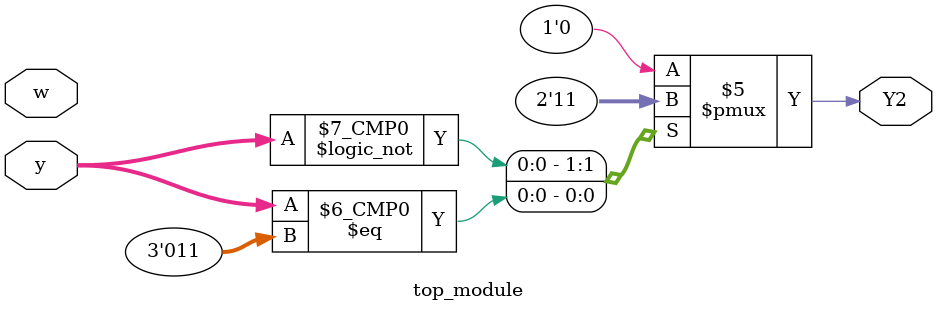
<source format=sv>
module top_module(
    input [3:1] y,
    input w,
    output reg Y2);
    
    always @(y or w) begin
        case(y)
            3'b000: Y2 = 1'b1;
            3'b001: Y2 = 1'b0;
            3'b010: Y2 = 1'b0;
            3'b011: Y2 = 1'b1;
            3'b100: Y2 = 1'b0;
            3'b101: Y2 = 1'b0;
            default: Y2 = 1'b0;
        endcase
    end
    
endmodule

</source>
